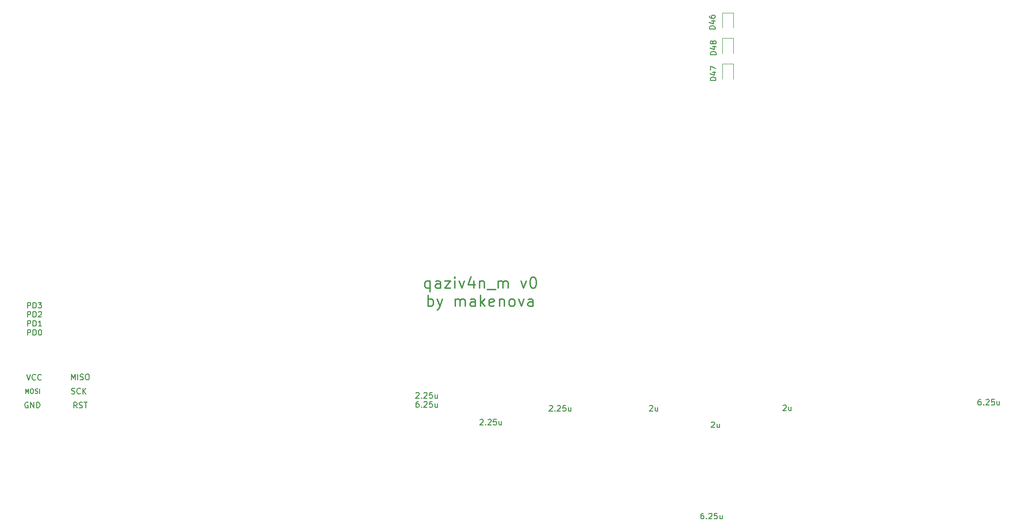
<source format=gbr>
G04 #@! TF.GenerationSoftware,KiCad,Pcbnew,(6.0.1-0)*
G04 #@! TF.CreationDate,2022-03-05T23:32:24-07:00*
G04 #@! TF.ProjectId,qazivan_m,71617a69-7661-46e5-9f6d-2e6b69636164,rev?*
G04 #@! TF.SameCoordinates,Original*
G04 #@! TF.FileFunction,Legend,Top*
G04 #@! TF.FilePolarity,Positive*
%FSLAX46Y46*%
G04 Gerber Fmt 4.6, Leading zero omitted, Abs format (unit mm)*
G04 Created by KiCad (PCBNEW (6.0.1-0)) date 2022-03-05 23:32:24*
%MOMM*%
%LPD*%
G01*
G04 APERTURE LIST*
%ADD10C,0.150000*%
%ADD11C,0.250000*%
%ADD12C,0.120000*%
G04 APERTURE END LIST*
D10*
X105041428Y-104642619D02*
X105089047Y-104595000D01*
X105184285Y-104547380D01*
X105422380Y-104547380D01*
X105517619Y-104595000D01*
X105565238Y-104642619D01*
X105612857Y-104737857D01*
X105612857Y-104833095D01*
X105565238Y-104975952D01*
X104993809Y-105547380D01*
X105612857Y-105547380D01*
X106041428Y-105452142D02*
X106089047Y-105499761D01*
X106041428Y-105547380D01*
X105993809Y-105499761D01*
X106041428Y-105452142D01*
X106041428Y-105547380D01*
X106470000Y-104642619D02*
X106517619Y-104595000D01*
X106612857Y-104547380D01*
X106850952Y-104547380D01*
X106946190Y-104595000D01*
X106993809Y-104642619D01*
X107041428Y-104737857D01*
X107041428Y-104833095D01*
X106993809Y-104975952D01*
X106422380Y-105547380D01*
X107041428Y-105547380D01*
X107946190Y-104547380D02*
X107470000Y-104547380D01*
X107422380Y-105023571D01*
X107470000Y-104975952D01*
X107565238Y-104928333D01*
X107803333Y-104928333D01*
X107898571Y-104975952D01*
X107946190Y-105023571D01*
X107993809Y-105118809D01*
X107993809Y-105356904D01*
X107946190Y-105452142D01*
X107898571Y-105499761D01*
X107803333Y-105547380D01*
X107565238Y-105547380D01*
X107470000Y-105499761D01*
X107422380Y-105452142D01*
X108850952Y-104880714D02*
X108850952Y-105547380D01*
X108422380Y-104880714D02*
X108422380Y-105404523D01*
X108470000Y-105499761D01*
X108565238Y-105547380D01*
X108708095Y-105547380D01*
X108803333Y-105499761D01*
X108850952Y-105452142D01*
X105517619Y-106157380D02*
X105327142Y-106157380D01*
X105231904Y-106205000D01*
X105184285Y-106252619D01*
X105089047Y-106395476D01*
X105041428Y-106585952D01*
X105041428Y-106966904D01*
X105089047Y-107062142D01*
X105136666Y-107109761D01*
X105231904Y-107157380D01*
X105422380Y-107157380D01*
X105517619Y-107109761D01*
X105565238Y-107062142D01*
X105612857Y-106966904D01*
X105612857Y-106728809D01*
X105565238Y-106633571D01*
X105517619Y-106585952D01*
X105422380Y-106538333D01*
X105231904Y-106538333D01*
X105136666Y-106585952D01*
X105089047Y-106633571D01*
X105041428Y-106728809D01*
X106041428Y-107062142D02*
X106089047Y-107109761D01*
X106041428Y-107157380D01*
X105993809Y-107109761D01*
X106041428Y-107062142D01*
X106041428Y-107157380D01*
X106470000Y-106252619D02*
X106517619Y-106205000D01*
X106612857Y-106157380D01*
X106850952Y-106157380D01*
X106946190Y-106205000D01*
X106993809Y-106252619D01*
X107041428Y-106347857D01*
X107041428Y-106443095D01*
X106993809Y-106585952D01*
X106422380Y-107157380D01*
X107041428Y-107157380D01*
X107946190Y-106157380D02*
X107470000Y-106157380D01*
X107422380Y-106633571D01*
X107470000Y-106585952D01*
X107565238Y-106538333D01*
X107803333Y-106538333D01*
X107898571Y-106585952D01*
X107946190Y-106633571D01*
X107993809Y-106728809D01*
X107993809Y-106966904D01*
X107946190Y-107062142D01*
X107898571Y-107109761D01*
X107803333Y-107157380D01*
X107565238Y-107157380D01*
X107470000Y-107109761D01*
X107422380Y-107062142D01*
X108850952Y-106490714D02*
X108850952Y-107157380D01*
X108422380Y-106490714D02*
X108422380Y-107014523D01*
X108470000Y-107109761D01*
X108565238Y-107157380D01*
X108708095Y-107157380D01*
X108803333Y-107109761D01*
X108850952Y-107062142D01*
X128751428Y-106957619D02*
X128799047Y-106910000D01*
X128894285Y-106862380D01*
X129132380Y-106862380D01*
X129227619Y-106910000D01*
X129275238Y-106957619D01*
X129322857Y-107052857D01*
X129322857Y-107148095D01*
X129275238Y-107290952D01*
X128703809Y-107862380D01*
X129322857Y-107862380D01*
X129751428Y-107767142D02*
X129799047Y-107814761D01*
X129751428Y-107862380D01*
X129703809Y-107814761D01*
X129751428Y-107767142D01*
X129751428Y-107862380D01*
X130180000Y-106957619D02*
X130227619Y-106910000D01*
X130322857Y-106862380D01*
X130560952Y-106862380D01*
X130656190Y-106910000D01*
X130703809Y-106957619D01*
X130751428Y-107052857D01*
X130751428Y-107148095D01*
X130703809Y-107290952D01*
X130132380Y-107862380D01*
X130751428Y-107862380D01*
X131656190Y-106862380D02*
X131180000Y-106862380D01*
X131132380Y-107338571D01*
X131180000Y-107290952D01*
X131275238Y-107243333D01*
X131513333Y-107243333D01*
X131608571Y-107290952D01*
X131656190Y-107338571D01*
X131703809Y-107433809D01*
X131703809Y-107671904D01*
X131656190Y-107767142D01*
X131608571Y-107814761D01*
X131513333Y-107862380D01*
X131275238Y-107862380D01*
X131180000Y-107814761D01*
X131132380Y-107767142D01*
X132560952Y-107195714D02*
X132560952Y-107862380D01*
X132132380Y-107195714D02*
X132132380Y-107719523D01*
X132180000Y-107814761D01*
X132275238Y-107862380D01*
X132418095Y-107862380D01*
X132513333Y-107814761D01*
X132560952Y-107767142D01*
X157541904Y-109867619D02*
X157589523Y-109820000D01*
X157684761Y-109772380D01*
X157922857Y-109772380D01*
X158018095Y-109820000D01*
X158065714Y-109867619D01*
X158113333Y-109962857D01*
X158113333Y-110058095D01*
X158065714Y-110200952D01*
X157494285Y-110772380D01*
X158113333Y-110772380D01*
X158970476Y-110105714D02*
X158970476Y-110772380D01*
X158541904Y-110105714D02*
X158541904Y-110629523D01*
X158589523Y-110724761D01*
X158684761Y-110772380D01*
X158827619Y-110772380D01*
X158922857Y-110724761D01*
X158970476Y-110677142D01*
X36011904Y-89512380D02*
X36011904Y-88512380D01*
X36392857Y-88512380D01*
X36488095Y-88560000D01*
X36535714Y-88607619D01*
X36583333Y-88702857D01*
X36583333Y-88845714D01*
X36535714Y-88940952D01*
X36488095Y-88988571D01*
X36392857Y-89036190D01*
X36011904Y-89036190D01*
X37011904Y-89512380D02*
X37011904Y-88512380D01*
X37250000Y-88512380D01*
X37392857Y-88560000D01*
X37488095Y-88655238D01*
X37535714Y-88750476D01*
X37583333Y-88940952D01*
X37583333Y-89083809D01*
X37535714Y-89274285D01*
X37488095Y-89369523D01*
X37392857Y-89464761D01*
X37250000Y-89512380D01*
X37011904Y-89512380D01*
X37916666Y-88512380D02*
X38535714Y-88512380D01*
X38202380Y-88893333D01*
X38345238Y-88893333D01*
X38440476Y-88940952D01*
X38488095Y-88988571D01*
X38535714Y-89083809D01*
X38535714Y-89321904D01*
X38488095Y-89417142D01*
X38440476Y-89464761D01*
X38345238Y-89512380D01*
X38059523Y-89512380D01*
X37964285Y-89464761D01*
X37916666Y-89417142D01*
X36011904Y-91122380D02*
X36011904Y-90122380D01*
X36392857Y-90122380D01*
X36488095Y-90170000D01*
X36535714Y-90217619D01*
X36583333Y-90312857D01*
X36583333Y-90455714D01*
X36535714Y-90550952D01*
X36488095Y-90598571D01*
X36392857Y-90646190D01*
X36011904Y-90646190D01*
X37011904Y-91122380D02*
X37011904Y-90122380D01*
X37250000Y-90122380D01*
X37392857Y-90170000D01*
X37488095Y-90265238D01*
X37535714Y-90360476D01*
X37583333Y-90550952D01*
X37583333Y-90693809D01*
X37535714Y-90884285D01*
X37488095Y-90979523D01*
X37392857Y-91074761D01*
X37250000Y-91122380D01*
X37011904Y-91122380D01*
X37964285Y-90217619D02*
X38011904Y-90170000D01*
X38107142Y-90122380D01*
X38345238Y-90122380D01*
X38440476Y-90170000D01*
X38488095Y-90217619D01*
X38535714Y-90312857D01*
X38535714Y-90408095D01*
X38488095Y-90550952D01*
X37916666Y-91122380D01*
X38535714Y-91122380D01*
X36011904Y-92732380D02*
X36011904Y-91732380D01*
X36392857Y-91732380D01*
X36488095Y-91780000D01*
X36535714Y-91827619D01*
X36583333Y-91922857D01*
X36583333Y-92065714D01*
X36535714Y-92160952D01*
X36488095Y-92208571D01*
X36392857Y-92256190D01*
X36011904Y-92256190D01*
X37011904Y-92732380D02*
X37011904Y-91732380D01*
X37250000Y-91732380D01*
X37392857Y-91780000D01*
X37488095Y-91875238D01*
X37535714Y-91970476D01*
X37583333Y-92160952D01*
X37583333Y-92303809D01*
X37535714Y-92494285D01*
X37488095Y-92589523D01*
X37392857Y-92684761D01*
X37250000Y-92732380D01*
X37011904Y-92732380D01*
X38535714Y-92732380D02*
X37964285Y-92732380D01*
X38250000Y-92732380D02*
X38250000Y-91732380D01*
X38154761Y-91875238D01*
X38059523Y-91970476D01*
X37964285Y-92018095D01*
X36011904Y-94342380D02*
X36011904Y-93342380D01*
X36392857Y-93342380D01*
X36488095Y-93390000D01*
X36535714Y-93437619D01*
X36583333Y-93532857D01*
X36583333Y-93675714D01*
X36535714Y-93770952D01*
X36488095Y-93818571D01*
X36392857Y-93866190D01*
X36011904Y-93866190D01*
X37011904Y-94342380D02*
X37011904Y-93342380D01*
X37250000Y-93342380D01*
X37392857Y-93390000D01*
X37488095Y-93485238D01*
X37535714Y-93580476D01*
X37583333Y-93770952D01*
X37583333Y-93913809D01*
X37535714Y-94104285D01*
X37488095Y-94199523D01*
X37392857Y-94294761D01*
X37250000Y-94342380D01*
X37011904Y-94342380D01*
X38202380Y-93342380D02*
X38297619Y-93342380D01*
X38392857Y-93390000D01*
X38440476Y-93437619D01*
X38488095Y-93532857D01*
X38535714Y-93723333D01*
X38535714Y-93961428D01*
X38488095Y-94151904D01*
X38440476Y-94247142D01*
X38392857Y-94294761D01*
X38297619Y-94342380D01*
X38202380Y-94342380D01*
X38107142Y-94294761D01*
X38059523Y-94247142D01*
X38011904Y-94151904D01*
X37964285Y-93961428D01*
X37964285Y-93723333D01*
X38011904Y-93532857D01*
X38059523Y-93437619D01*
X38107142Y-93390000D01*
X38202380Y-93342380D01*
D11*
X107547619Y-84631428D02*
X107547619Y-86631428D01*
X107547619Y-85869523D02*
X107357142Y-85964761D01*
X106976190Y-85964761D01*
X106785714Y-85869523D01*
X106690476Y-85774285D01*
X106595238Y-85583809D01*
X106595238Y-85012380D01*
X106690476Y-84821904D01*
X106785714Y-84726666D01*
X106976190Y-84631428D01*
X107357142Y-84631428D01*
X107547619Y-84726666D01*
X109357142Y-85964761D02*
X109357142Y-84917142D01*
X109261904Y-84726666D01*
X109071428Y-84631428D01*
X108690476Y-84631428D01*
X108500000Y-84726666D01*
X109357142Y-85869523D02*
X109166666Y-85964761D01*
X108690476Y-85964761D01*
X108500000Y-85869523D01*
X108404761Y-85679047D01*
X108404761Y-85488571D01*
X108500000Y-85298095D01*
X108690476Y-85202857D01*
X109166666Y-85202857D01*
X109357142Y-85107619D01*
X110119047Y-84631428D02*
X111166666Y-84631428D01*
X110119047Y-85964761D01*
X111166666Y-85964761D01*
X111928571Y-85964761D02*
X111928571Y-84631428D01*
X111928571Y-83964761D02*
X111833333Y-84060000D01*
X111928571Y-84155238D01*
X112023809Y-84060000D01*
X111928571Y-83964761D01*
X111928571Y-84155238D01*
X112690476Y-84631428D02*
X113166666Y-85964761D01*
X113642857Y-84631428D01*
X115261904Y-84631428D02*
X115261904Y-85964761D01*
X114785714Y-83869523D02*
X114309523Y-85298095D01*
X115547619Y-85298095D01*
X116309523Y-84631428D02*
X116309523Y-85964761D01*
X116309523Y-84821904D02*
X116404761Y-84726666D01*
X116595238Y-84631428D01*
X116880952Y-84631428D01*
X117071428Y-84726666D01*
X117166666Y-84917142D01*
X117166666Y-85964761D01*
X117642857Y-86155238D02*
X119166666Y-86155238D01*
X119642857Y-85964761D02*
X119642857Y-84631428D01*
X119642857Y-84821904D02*
X119738095Y-84726666D01*
X119928571Y-84631428D01*
X120214285Y-84631428D01*
X120404761Y-84726666D01*
X120500000Y-84917142D01*
X120500000Y-85964761D01*
X120500000Y-84917142D02*
X120595238Y-84726666D01*
X120785714Y-84631428D01*
X121071428Y-84631428D01*
X121261904Y-84726666D01*
X121357142Y-84917142D01*
X121357142Y-85964761D01*
X123642857Y-84631428D02*
X124119047Y-85964761D01*
X124595238Y-84631428D01*
X125738095Y-83964761D02*
X125928571Y-83964761D01*
X126119047Y-84060000D01*
X126214285Y-84155238D01*
X126309523Y-84345714D01*
X126404761Y-84726666D01*
X126404761Y-85202857D01*
X126309523Y-85583809D01*
X126214285Y-85774285D01*
X126119047Y-85869523D01*
X125928571Y-85964761D01*
X125738095Y-85964761D01*
X125547619Y-85869523D01*
X125452380Y-85774285D01*
X125357142Y-85583809D01*
X125261904Y-85202857D01*
X125261904Y-84726666D01*
X125357142Y-84345714D01*
X125452380Y-84155238D01*
X125547619Y-84060000D01*
X125738095Y-83964761D01*
X107166666Y-89184761D02*
X107166666Y-87184761D01*
X107166666Y-87946666D02*
X107357142Y-87851428D01*
X107738095Y-87851428D01*
X107928571Y-87946666D01*
X108023809Y-88041904D01*
X108119047Y-88232380D01*
X108119047Y-88803809D01*
X108023809Y-88994285D01*
X107928571Y-89089523D01*
X107738095Y-89184761D01*
X107357142Y-89184761D01*
X107166666Y-89089523D01*
X108785714Y-87851428D02*
X109261904Y-89184761D01*
X109738095Y-87851428D02*
X109261904Y-89184761D01*
X109071428Y-89660952D01*
X108976190Y-89756190D01*
X108785714Y-89851428D01*
X112023809Y-89184761D02*
X112023809Y-87851428D01*
X112023809Y-88041904D02*
X112119047Y-87946666D01*
X112309523Y-87851428D01*
X112595238Y-87851428D01*
X112785714Y-87946666D01*
X112880952Y-88137142D01*
X112880952Y-89184761D01*
X112880952Y-88137142D02*
X112976190Y-87946666D01*
X113166666Y-87851428D01*
X113452380Y-87851428D01*
X113642857Y-87946666D01*
X113738095Y-88137142D01*
X113738095Y-89184761D01*
X115547619Y-89184761D02*
X115547619Y-88137142D01*
X115452380Y-87946666D01*
X115261904Y-87851428D01*
X114880952Y-87851428D01*
X114690476Y-87946666D01*
X115547619Y-89089523D02*
X115357142Y-89184761D01*
X114880952Y-89184761D01*
X114690476Y-89089523D01*
X114595238Y-88899047D01*
X114595238Y-88708571D01*
X114690476Y-88518095D01*
X114880952Y-88422857D01*
X115357142Y-88422857D01*
X115547619Y-88327619D01*
X116500000Y-89184761D02*
X116500000Y-87184761D01*
X116690476Y-88422857D02*
X117261904Y-89184761D01*
X117261904Y-87851428D02*
X116500000Y-88613333D01*
X118880952Y-89089523D02*
X118690476Y-89184761D01*
X118309523Y-89184761D01*
X118119047Y-89089523D01*
X118023809Y-88899047D01*
X118023809Y-88137142D01*
X118119047Y-87946666D01*
X118309523Y-87851428D01*
X118690476Y-87851428D01*
X118880952Y-87946666D01*
X118976190Y-88137142D01*
X118976190Y-88327619D01*
X118023809Y-88518095D01*
X119833333Y-87851428D02*
X119833333Y-89184761D01*
X119833333Y-88041904D02*
X119928571Y-87946666D01*
X120119047Y-87851428D01*
X120404761Y-87851428D01*
X120595238Y-87946666D01*
X120690476Y-88137142D01*
X120690476Y-89184761D01*
X121928571Y-89184761D02*
X121738095Y-89089523D01*
X121642857Y-88994285D01*
X121547619Y-88803809D01*
X121547619Y-88232380D01*
X121642857Y-88041904D01*
X121738095Y-87946666D01*
X121928571Y-87851428D01*
X122214285Y-87851428D01*
X122404761Y-87946666D01*
X122500000Y-88041904D01*
X122595238Y-88232380D01*
X122595238Y-88803809D01*
X122500000Y-88994285D01*
X122404761Y-89089523D01*
X122214285Y-89184761D01*
X121928571Y-89184761D01*
X123261904Y-87851428D02*
X123738095Y-89184761D01*
X124214285Y-87851428D01*
X125833333Y-89184761D02*
X125833333Y-88137142D01*
X125738095Y-87946666D01*
X125547619Y-87851428D01*
X125166666Y-87851428D01*
X124976190Y-87946666D01*
X125833333Y-89089523D02*
X125642857Y-89184761D01*
X125166666Y-89184761D01*
X124976190Y-89089523D01*
X124880952Y-88899047D01*
X124880952Y-88708571D01*
X124976190Y-88518095D01*
X125166666Y-88422857D01*
X125642857Y-88422857D01*
X125833333Y-88327619D01*
D10*
X170281904Y-106867619D02*
X170329523Y-106820000D01*
X170424761Y-106772380D01*
X170662857Y-106772380D01*
X170758095Y-106820000D01*
X170805714Y-106867619D01*
X170853333Y-106962857D01*
X170853333Y-107058095D01*
X170805714Y-107200952D01*
X170234285Y-107772380D01*
X170853333Y-107772380D01*
X171710476Y-107105714D02*
X171710476Y-107772380D01*
X171281904Y-107105714D02*
X171281904Y-107629523D01*
X171329523Y-107724761D01*
X171424761Y-107772380D01*
X171567619Y-107772380D01*
X171662857Y-107724761D01*
X171710476Y-107677142D01*
X146551904Y-106927619D02*
X146599523Y-106880000D01*
X146694761Y-106832380D01*
X146932857Y-106832380D01*
X147028095Y-106880000D01*
X147075714Y-106927619D01*
X147123333Y-107022857D01*
X147123333Y-107118095D01*
X147075714Y-107260952D01*
X146504285Y-107832380D01*
X147123333Y-107832380D01*
X147980476Y-107165714D02*
X147980476Y-107832380D01*
X147551904Y-107165714D02*
X147551904Y-107689523D01*
X147599523Y-107784761D01*
X147694761Y-107832380D01*
X147837619Y-107832380D01*
X147932857Y-107784761D01*
X147980476Y-107737142D01*
X205387619Y-105762380D02*
X205197142Y-105762380D01*
X205101904Y-105810000D01*
X205054285Y-105857619D01*
X204959047Y-106000476D01*
X204911428Y-106190952D01*
X204911428Y-106571904D01*
X204959047Y-106667142D01*
X205006666Y-106714761D01*
X205101904Y-106762380D01*
X205292380Y-106762380D01*
X205387619Y-106714761D01*
X205435238Y-106667142D01*
X205482857Y-106571904D01*
X205482857Y-106333809D01*
X205435238Y-106238571D01*
X205387619Y-106190952D01*
X205292380Y-106143333D01*
X205101904Y-106143333D01*
X205006666Y-106190952D01*
X204959047Y-106238571D01*
X204911428Y-106333809D01*
X205911428Y-106667142D02*
X205959047Y-106714761D01*
X205911428Y-106762380D01*
X205863809Y-106714761D01*
X205911428Y-106667142D01*
X205911428Y-106762380D01*
X206340000Y-105857619D02*
X206387619Y-105810000D01*
X206482857Y-105762380D01*
X206720952Y-105762380D01*
X206816190Y-105810000D01*
X206863809Y-105857619D01*
X206911428Y-105952857D01*
X206911428Y-106048095D01*
X206863809Y-106190952D01*
X206292380Y-106762380D01*
X206911428Y-106762380D01*
X207816190Y-105762380D02*
X207340000Y-105762380D01*
X207292380Y-106238571D01*
X207340000Y-106190952D01*
X207435238Y-106143333D01*
X207673333Y-106143333D01*
X207768571Y-106190952D01*
X207816190Y-106238571D01*
X207863809Y-106333809D01*
X207863809Y-106571904D01*
X207816190Y-106667142D01*
X207768571Y-106714761D01*
X207673333Y-106762380D01*
X207435238Y-106762380D01*
X207340000Y-106714761D01*
X207292380Y-106667142D01*
X208720952Y-106095714D02*
X208720952Y-106762380D01*
X208292380Y-106095714D02*
X208292380Y-106619523D01*
X208340000Y-106714761D01*
X208435238Y-106762380D01*
X208578095Y-106762380D01*
X208673333Y-106714761D01*
X208720952Y-106667142D01*
X116431428Y-109407619D02*
X116479047Y-109360000D01*
X116574285Y-109312380D01*
X116812380Y-109312380D01*
X116907619Y-109360000D01*
X116955238Y-109407619D01*
X117002857Y-109502857D01*
X117002857Y-109598095D01*
X116955238Y-109740952D01*
X116383809Y-110312380D01*
X117002857Y-110312380D01*
X117431428Y-110217142D02*
X117479047Y-110264761D01*
X117431428Y-110312380D01*
X117383809Y-110264761D01*
X117431428Y-110217142D01*
X117431428Y-110312380D01*
X117860000Y-109407619D02*
X117907619Y-109360000D01*
X118002857Y-109312380D01*
X118240952Y-109312380D01*
X118336190Y-109360000D01*
X118383809Y-109407619D01*
X118431428Y-109502857D01*
X118431428Y-109598095D01*
X118383809Y-109740952D01*
X117812380Y-110312380D01*
X118431428Y-110312380D01*
X119336190Y-109312380D02*
X118860000Y-109312380D01*
X118812380Y-109788571D01*
X118860000Y-109740952D01*
X118955238Y-109693333D01*
X119193333Y-109693333D01*
X119288571Y-109740952D01*
X119336190Y-109788571D01*
X119383809Y-109883809D01*
X119383809Y-110121904D01*
X119336190Y-110217142D01*
X119288571Y-110264761D01*
X119193333Y-110312380D01*
X118955238Y-110312380D01*
X118860000Y-110264761D01*
X118812380Y-110217142D01*
X120240952Y-109645714D02*
X120240952Y-110312380D01*
X119812380Y-109645714D02*
X119812380Y-110169523D01*
X119860000Y-110264761D01*
X119955238Y-110312380D01*
X120098095Y-110312380D01*
X120193333Y-110264761D01*
X120240952Y-110217142D01*
X156127619Y-126032380D02*
X155937142Y-126032380D01*
X155841904Y-126080000D01*
X155794285Y-126127619D01*
X155699047Y-126270476D01*
X155651428Y-126460952D01*
X155651428Y-126841904D01*
X155699047Y-126937142D01*
X155746666Y-126984761D01*
X155841904Y-127032380D01*
X156032380Y-127032380D01*
X156127619Y-126984761D01*
X156175238Y-126937142D01*
X156222857Y-126841904D01*
X156222857Y-126603809D01*
X156175238Y-126508571D01*
X156127619Y-126460952D01*
X156032380Y-126413333D01*
X155841904Y-126413333D01*
X155746666Y-126460952D01*
X155699047Y-126508571D01*
X155651428Y-126603809D01*
X156651428Y-126937142D02*
X156699047Y-126984761D01*
X156651428Y-127032380D01*
X156603809Y-126984761D01*
X156651428Y-126937142D01*
X156651428Y-127032380D01*
X157080000Y-126127619D02*
X157127619Y-126080000D01*
X157222857Y-126032380D01*
X157460952Y-126032380D01*
X157556190Y-126080000D01*
X157603809Y-126127619D01*
X157651428Y-126222857D01*
X157651428Y-126318095D01*
X157603809Y-126460952D01*
X157032380Y-127032380D01*
X157651428Y-127032380D01*
X158556190Y-126032380D02*
X158080000Y-126032380D01*
X158032380Y-126508571D01*
X158080000Y-126460952D01*
X158175238Y-126413333D01*
X158413333Y-126413333D01*
X158508571Y-126460952D01*
X158556190Y-126508571D01*
X158603809Y-126603809D01*
X158603809Y-126841904D01*
X158556190Y-126937142D01*
X158508571Y-126984761D01*
X158413333Y-127032380D01*
X158175238Y-127032380D01*
X158080000Y-126984761D01*
X158032380Y-126937142D01*
X159460952Y-126365714D02*
X159460952Y-127032380D01*
X159032380Y-126365714D02*
X159032380Y-126889523D01*
X159080000Y-126984761D01*
X159175238Y-127032380D01*
X159318095Y-127032380D01*
X159413333Y-126984761D01*
X159460952Y-126937142D01*
X158372380Y-44434285D02*
X157372380Y-44434285D01*
X157372380Y-44196190D01*
X157420000Y-44053333D01*
X157515238Y-43958095D01*
X157610476Y-43910476D01*
X157800952Y-43862857D01*
X157943809Y-43862857D01*
X158134285Y-43910476D01*
X158229523Y-43958095D01*
X158324761Y-44053333D01*
X158372380Y-44196190D01*
X158372380Y-44434285D01*
X157705714Y-43005714D02*
X158372380Y-43005714D01*
X157324761Y-43243809D02*
X158039047Y-43481904D01*
X158039047Y-42862857D01*
X157800952Y-42339047D02*
X157753333Y-42434285D01*
X157705714Y-42481904D01*
X157610476Y-42529523D01*
X157562857Y-42529523D01*
X157467619Y-42481904D01*
X157420000Y-42434285D01*
X157372380Y-42339047D01*
X157372380Y-42148571D01*
X157420000Y-42053333D01*
X157467619Y-42005714D01*
X157562857Y-41958095D01*
X157610476Y-41958095D01*
X157705714Y-42005714D01*
X157753333Y-42053333D01*
X157800952Y-42148571D01*
X157800952Y-42339047D01*
X157848571Y-42434285D01*
X157896190Y-42481904D01*
X157991428Y-42529523D01*
X158181904Y-42529523D01*
X158277142Y-42481904D01*
X158324761Y-42434285D01*
X158372380Y-42339047D01*
X158372380Y-42148571D01*
X158324761Y-42053333D01*
X158277142Y-42005714D01*
X158181904Y-41958095D01*
X157991428Y-41958095D01*
X157896190Y-42005714D01*
X157848571Y-42053333D01*
X157800952Y-42148571D01*
X158192380Y-39874285D02*
X157192380Y-39874285D01*
X157192380Y-39636190D01*
X157240000Y-39493333D01*
X157335238Y-39398095D01*
X157430476Y-39350476D01*
X157620952Y-39302857D01*
X157763809Y-39302857D01*
X157954285Y-39350476D01*
X158049523Y-39398095D01*
X158144761Y-39493333D01*
X158192380Y-39636190D01*
X158192380Y-39874285D01*
X157525714Y-38445714D02*
X158192380Y-38445714D01*
X157144761Y-38683809D02*
X157859047Y-38921904D01*
X157859047Y-38302857D01*
X157192380Y-37493333D02*
X157192380Y-37683809D01*
X157240000Y-37779047D01*
X157287619Y-37826666D01*
X157430476Y-37921904D01*
X157620952Y-37969523D01*
X158001904Y-37969523D01*
X158097142Y-37921904D01*
X158144761Y-37874285D01*
X158192380Y-37779047D01*
X158192380Y-37588571D01*
X158144761Y-37493333D01*
X158097142Y-37445714D01*
X158001904Y-37398095D01*
X157763809Y-37398095D01*
X157668571Y-37445714D01*
X157620952Y-37493333D01*
X157573333Y-37588571D01*
X157573333Y-37779047D01*
X157620952Y-37874285D01*
X157668571Y-37921904D01*
X157763809Y-37969523D01*
X158352380Y-49004285D02*
X157352380Y-49004285D01*
X157352380Y-48766190D01*
X157400000Y-48623333D01*
X157495238Y-48528095D01*
X157590476Y-48480476D01*
X157780952Y-48432857D01*
X157923809Y-48432857D01*
X158114285Y-48480476D01*
X158209523Y-48528095D01*
X158304761Y-48623333D01*
X158352380Y-48766190D01*
X158352380Y-49004285D01*
X157685714Y-47575714D02*
X158352380Y-47575714D01*
X157304761Y-47813809D02*
X158019047Y-48051904D01*
X158019047Y-47432857D01*
X157352380Y-47147142D02*
X157352380Y-46480476D01*
X158352380Y-46909047D01*
X35886605Y-101315248D02*
X36219939Y-102315248D01*
X36553272Y-101315248D01*
X37458034Y-102220010D02*
X37410415Y-102267629D01*
X37267558Y-102315248D01*
X37172319Y-102315248D01*
X37029462Y-102267629D01*
X36934224Y-102172391D01*
X36886605Y-102077153D01*
X36838986Y-101886677D01*
X36838986Y-101743820D01*
X36886605Y-101553344D01*
X36934224Y-101458106D01*
X37029462Y-101362868D01*
X37172319Y-101315248D01*
X37267558Y-101315248D01*
X37410415Y-101362868D01*
X37458034Y-101410487D01*
X38458034Y-102220010D02*
X38410415Y-102267629D01*
X38267558Y-102315248D01*
X38172319Y-102315248D01*
X38029462Y-102267629D01*
X37934224Y-102172391D01*
X37886605Y-102077153D01*
X37838986Y-101886677D01*
X37838986Y-101743820D01*
X37886605Y-101553344D01*
X37934224Y-101458106D01*
X38029462Y-101362868D01*
X38172319Y-101315248D01*
X38267558Y-101315248D01*
X38410415Y-101362868D01*
X38458034Y-101410487D01*
X44836956Y-107278182D02*
X44503623Y-106801992D01*
X44265528Y-107278182D02*
X44265528Y-106278182D01*
X44646480Y-106278182D01*
X44741718Y-106325802D01*
X44789337Y-106373421D01*
X44836956Y-106468659D01*
X44836956Y-106611516D01*
X44789337Y-106706754D01*
X44741718Y-106754373D01*
X44646480Y-106801992D01*
X44265528Y-106801992D01*
X45217909Y-107230563D02*
X45360766Y-107278182D01*
X45598861Y-107278182D01*
X45694099Y-107230563D01*
X45741718Y-107182944D01*
X45789337Y-107087706D01*
X45789337Y-106992468D01*
X45741718Y-106897230D01*
X45694099Y-106849611D01*
X45598861Y-106801992D01*
X45408385Y-106754373D01*
X45313147Y-106706754D01*
X45265528Y-106659135D01*
X45217909Y-106563897D01*
X45217909Y-106468659D01*
X45265528Y-106373421D01*
X45313147Y-106325802D01*
X45408385Y-106278182D01*
X45646480Y-106278182D01*
X45789337Y-106325802D01*
X46075052Y-106278182D02*
X46646480Y-106278182D01*
X46360766Y-107278182D02*
X46360766Y-106278182D01*
X43813147Y-102278182D02*
X43813147Y-101278182D01*
X44146480Y-101992468D01*
X44479814Y-101278182D01*
X44479814Y-102278182D01*
X44956004Y-102278182D02*
X44956004Y-101278182D01*
X45384576Y-102230563D02*
X45527433Y-102278182D01*
X45765528Y-102278182D01*
X45860766Y-102230563D01*
X45908385Y-102182944D01*
X45956004Y-102087706D01*
X45956004Y-101992468D01*
X45908385Y-101897230D01*
X45860766Y-101849611D01*
X45765528Y-101801992D01*
X45575052Y-101754373D01*
X45479814Y-101706754D01*
X45432195Y-101659135D01*
X45384576Y-101563897D01*
X45384576Y-101468659D01*
X45432195Y-101373421D01*
X45479814Y-101325802D01*
X45575052Y-101278182D01*
X45813147Y-101278182D01*
X45956004Y-101325802D01*
X46575052Y-101278182D02*
X46765528Y-101278182D01*
X46860766Y-101325802D01*
X46956004Y-101421040D01*
X47003623Y-101611516D01*
X47003623Y-101944849D01*
X46956004Y-102135325D01*
X46860766Y-102230563D01*
X46765528Y-102278182D01*
X46575052Y-102278182D01*
X46479814Y-102230563D01*
X46384576Y-102135325D01*
X46336956Y-101944849D01*
X46336956Y-101611516D01*
X46384576Y-101421040D01*
X46479814Y-101325802D01*
X46575052Y-101278182D01*
X43848861Y-104730563D02*
X43991718Y-104778182D01*
X44229814Y-104778182D01*
X44325052Y-104730563D01*
X44372671Y-104682944D01*
X44420290Y-104587706D01*
X44420290Y-104492468D01*
X44372671Y-104397230D01*
X44325052Y-104349611D01*
X44229814Y-104301992D01*
X44039337Y-104254373D01*
X43944099Y-104206754D01*
X43896480Y-104159135D01*
X43848861Y-104063897D01*
X43848861Y-103968659D01*
X43896480Y-103873421D01*
X43944099Y-103825802D01*
X44039337Y-103778182D01*
X44277433Y-103778182D01*
X44420290Y-103825802D01*
X45420290Y-104682944D02*
X45372671Y-104730563D01*
X45229814Y-104778182D01*
X45134576Y-104778182D01*
X44991718Y-104730563D01*
X44896480Y-104635325D01*
X44848861Y-104540087D01*
X44801242Y-104349611D01*
X44801242Y-104206754D01*
X44848861Y-104016278D01*
X44896480Y-103921040D01*
X44991718Y-103825802D01*
X45134576Y-103778182D01*
X45229814Y-103778182D01*
X45372671Y-103825802D01*
X45420290Y-103873421D01*
X45848861Y-104778182D02*
X45848861Y-103778182D01*
X46420290Y-104778182D02*
X45991718Y-104206754D01*
X46420290Y-103778182D02*
X45848861Y-104349611D01*
X36122671Y-106325802D02*
X36027433Y-106278182D01*
X35884576Y-106278182D01*
X35741718Y-106325802D01*
X35646480Y-106421040D01*
X35598861Y-106516278D01*
X35551242Y-106706754D01*
X35551242Y-106849611D01*
X35598861Y-107040087D01*
X35646480Y-107135325D01*
X35741718Y-107230563D01*
X35884576Y-107278182D01*
X35979814Y-107278182D01*
X36122671Y-107230563D01*
X36170290Y-107182944D01*
X36170290Y-106849611D01*
X35979814Y-106849611D01*
X36598861Y-107278182D02*
X36598861Y-106278182D01*
X37170290Y-107278182D01*
X37170290Y-106278182D01*
X37646480Y-107278182D02*
X37646480Y-106278182D01*
X37884576Y-106278182D01*
X38027433Y-106325802D01*
X38122671Y-106421040D01*
X38170290Y-106516278D01*
X38217909Y-106706754D01*
X38217909Y-106849611D01*
X38170290Y-107040087D01*
X38122671Y-107135325D01*
X38027433Y-107230563D01*
X37884576Y-107278182D01*
X37646480Y-107278182D01*
X35682796Y-104684772D02*
X35682796Y-103884772D01*
X35949462Y-104456201D01*
X36216129Y-103884772D01*
X36216129Y-104684772D01*
X36749462Y-103884772D02*
X36901843Y-103884772D01*
X36978034Y-103922868D01*
X37054224Y-103999058D01*
X37092319Y-104151439D01*
X37092319Y-104418106D01*
X37054224Y-104570487D01*
X36978034Y-104646677D01*
X36901843Y-104684772D01*
X36749462Y-104684772D01*
X36673272Y-104646677D01*
X36597081Y-104570487D01*
X36558986Y-104418106D01*
X36558986Y-104151439D01*
X36597081Y-103999058D01*
X36673272Y-103922868D01*
X36749462Y-103884772D01*
X37397081Y-104646677D02*
X37511367Y-104684772D01*
X37701843Y-104684772D01*
X37778034Y-104646677D01*
X37816129Y-104608582D01*
X37854224Y-104532391D01*
X37854224Y-104456201D01*
X37816129Y-104380010D01*
X37778034Y-104341915D01*
X37701843Y-104303820D01*
X37549462Y-104265725D01*
X37473272Y-104227629D01*
X37435177Y-104189534D01*
X37397081Y-104113344D01*
X37397081Y-104037153D01*
X37435177Y-103960963D01*
X37473272Y-103922868D01*
X37549462Y-103884772D01*
X37739939Y-103884772D01*
X37854224Y-103922868D01*
X38197081Y-104684772D02*
X38197081Y-103884772D01*
D12*
X161439026Y-41487734D02*
X159519026Y-41487734D01*
X159519026Y-41487734D02*
X159519026Y-44172734D01*
X161439026Y-44172734D02*
X161439026Y-41487734D01*
X161439026Y-39653593D02*
X161439026Y-36968593D01*
X159519026Y-36968593D02*
X159519026Y-39653593D01*
X161439026Y-36968593D02*
X159519026Y-36968593D01*
X161439026Y-46084231D02*
X159519026Y-46084231D01*
X161439026Y-48769231D02*
X161439026Y-46084231D01*
X159519026Y-46084231D02*
X159519026Y-48769231D01*
M02*

</source>
